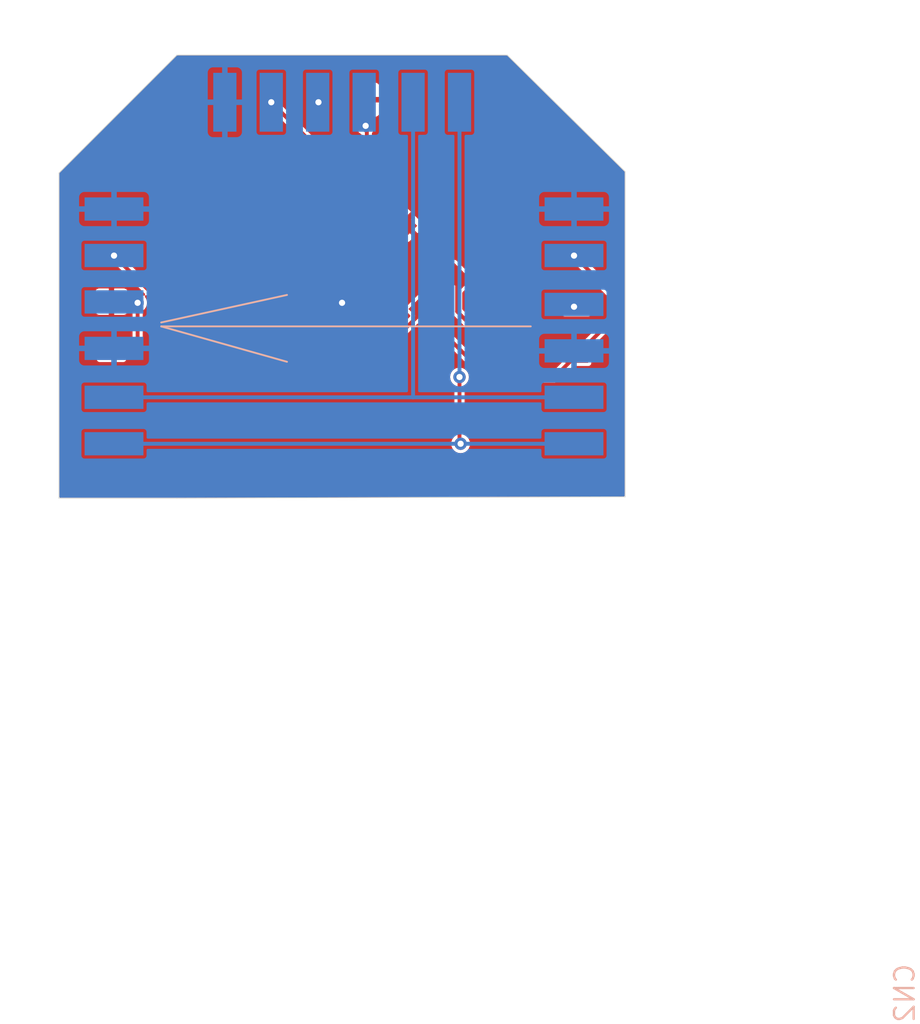
<source format=kicad_pcb>
(kicad_pcb (version 20211014) (generator pcbnew)
  (layers (0 "F.Cu" signal) (31 "B.Cu" signal) (34 "B.Paste" user) (35 "F.Paste" user) (36 "B.SilkS" user "B.Silkscreen") (37 "F.SilkS" user "F.Silkscreen") (38 "B.Mask" user) (39 "F.Mask" user) (44 "Edge.Cuts" user))
  (net 0 "")
  (net 1 "GND")
  (net 2 "Net-(CN1-Pad1)")
  (net 3 "Net-(CN1-Pad2)")
  (net 4 "Net-(CN1-Pad4)")
  (net 5 "+5V")
  (net 6 "Net-(CN2-Pad3)")
  (net 7 "Net-(CN3-Pad3)")
  (net 8 "Net-(CN3-Pad4)")
  (net 9 "Net-(D1-Pad2)")
  (net 10 "Net-(D3-Pad2)")
  (net 11 "Net-(D6-Pad2)")
  (footprint "LED_SMD:LED_WS2812B_PLCC4_5.0x5.0mm_P3.2mm" (layer "F.Cu") (at 136.144 103.632 45)
    (fp_text reference "D6" hide)
    (fp_text value "WS2812B")
    (pad "1" smd rect (at -2.45 -1.6 45) (size 1.5 1) (layers "F.Cu" "F.Paste" "F.Mask") (net 1 "GND"))
    (pad "2" smd rect (at -2.45 1.6 45) (size 1.5 1) (layers "F.Cu" "F.Paste" "F.Mask") (net 11 "Net-(D6-Pad2)"))
    (pad "3" smd rect (at 2.45 1.6 45) (size 1.5 1) (layers "F.Cu" "F.Paste" "F.Mask") (net 5 "+5V"))
    (pad "4" smd rect (at 2.45 -1.6 45) (size 1.5 1) (layers "F.Cu" "F.Paste" "F.Mask") (net 10 "Net-(D3-Pad2)"))
  )
  (footprint "LED_SMD:LED_WS2812B_PLCC4_5.0x5.0mm_P3.2mm" (layer "F.Cu") (at 140.716 95.25 90)
    (fp_text reference "D4" hide)
    (fp_text value "WS2812B")
    (pad "1" smd rect (at -2.45 -1.6 90) (size 1.5 1) (layers "F.Cu" "F.Paste" "F.Mask") (net 5 "+5V"))
    (pad "2" smd rect (at -2.45 1.6 90) (size 1.5 1) (layers "F.Cu" "F.Paste" "F.Mask") (net 7 "Net-(CN3-Pad3)"))
    (pad "3" smd rect (at 2.45 1.6 90) (size 1.5 1) (layers "F.Cu" "F.Paste" "F.Mask") (net 1 "GND"))
    (pad "4" smd rect (at 2.45 -1.6 90) (size 1.5 1) (layers "F.Cu" "F.Paste" "F.Mask") (net 8 "Net-(CN3-Pad4)"))
  )
  (footprint "LED_SMD:LED_WS2812B_PLCC4_5.0x5.0mm_P3.2mm" (layer "F.Cu") (at 128.27 107.442)
    (fp_text reference "D7" hide)
    (fp_text value "WS2812B")
    (pad "1" smd rect (at -2.45 -1.6) (size 1.5 1) (layers "F.Cu" "F.Paste" "F.Mask") (net 1 "GND"))
    (pad "2" smd rect (at -2.45 1.6) (size 1.5 1) (layers "F.Cu" "F.Paste" "F.Mask") (net 4 "Net-(CN1-Pad4)"))
    (pad "3" smd rect (at 2.45 1.6) (size 1.5 1) (layers "F.Cu" "F.Paste" "F.Mask") (net 5 "+5V"))
    (pad "4" smd rect (at 2.45 -1.6) (size 1.5 1) (layers "F.Cu" "F.Paste" "F.Mask") (net 11 "Net-(D6-Pad2)"))
  )
  (footprint "LED_SMD:LED_WS2812B_PLCC4_5.0x5.0mm_P3.2mm" (layer "F.Cu") (at 145.288 103.632 -45)
    (fp_text reference "D3" hide)
    (fp_text value "WS2812B")
    (pad "1" smd rect (at -2.45 -1.6 315) (size 1.5 1) (layers "F.Cu" "F.Paste" "F.Mask") (net 1 "GND"))
    (pad "2" smd rect (at -2.45 1.6 315) (size 1.5 1) (layers "F.Cu" "F.Paste" "F.Mask") (net 10 "Net-(D3-Pad2)"))
    (pad "3" smd rect (at 2.45 1.6 315) (size 1.5 1) (layers "F.Cu" "F.Paste" "F.Mask") (net 5 "+5V"))
    (pad "4" smd rect (at 2.45 -1.6 315) (size 1.5 1) (layers "F.Cu" "F.Paste" "F.Mask") (net 9 "Net-(D1-Pad2)"))
  )
  (footprint "LED_SMD:LED_WS2812B_PLCC4_5.0x5.0mm_P3.2mm" (layer "F.Cu") (at 153.416 107.696)
    (fp_text reference "D1" hide)
    (fp_text value "WS2812B")
    (pad "1" smd rect (at -2.45 -1.6) (size 1.5 1) (layers "F.Cu" "F.Paste" "F.Mask") (net 1 "GND"))
    (pad "2" smd rect (at -2.45 1.6) (size 1.5 1) (layers "F.Cu" "F.Paste" "F.Mask") (net 9 "Net-(D1-Pad2)"))
    (pad "3" smd rect (at 2.45 1.6) (size 1.5 1) (layers "F.Cu" "F.Paste" "F.Mask") (net 5 "+5V"))
    (pad "4" smd rect (at 2.45 -1.6) (size 1.5 1) (layers "F.Cu" "F.Paste" "F.Mask") (net 6 "Net-(CN2-Pad3)"))
  )
  (footprint "Adafruit NeoPixel 8 Stick:1X4-SMT" (layer "B.Cu") (at 141.224 92.964 180)
    (fp_text reference "CN3" hide)
    (fp_text value "1X4SMT")
    (pad "1" smd rect (at -7.08 0 180) (size 1.5 3.8) (layers "B.Cu" "B.Paste" "B.Mask") (net 2 "Net-(CN1-Pad1)"))
    (pad "2" smd rect (at -4.08 0 180) (size 1.5 3.8) (layers "B.Cu" "B.Paste" "B.Mask") (net 3 "Net-(CN1-Pad2)"))
    (pad "3" smd rect (at -0.92 0 180) (size 1.5 3.8) (layers "B.Cu" "B.Paste" "B.Mask") (net 7 "Net-(CN3-Pad3)"))
    (pad "4" smd rect (at 2.08 0 180) (size 1.5 3.8) (layers "B.Cu" "B.Paste" "B.Mask") (net 8 "Net-(CN3-Pad4)"))
    (pad "5" smd rect (at 5.08 0 180) (size 1.5 3.8) (layers "B.Cu" "B.Paste" "B.Mask") (net 5 "+5V"))
    (pad "6" smd rect (at 8.08 0 180) (size 1.5 3.8) (layers "B.Cu" "B.Paste" "B.Mask") (net 1 "GND"))
  )
  (footprint "Adafruit NeoPixel 8 Stick:1X4-SMT" (layer "B.Cu") (at 125.984 107.942 90)
    (fp_text reference "CN1" hide)
    (fp_text value "1X4SMT")
    (pad "1" smd rect (at -7.08 0 90) (size 1.5 3.8) (layers "B.Cu" "B.Paste" "B.Mask") (net 2 "Net-(CN1-Pad1)"))
    (pad "2" smd rect (at -4.08 0 90) (size 1.5 3.8) (layers "B.Cu" "B.Paste" "B.Mask") (net 3 "Net-(CN1-Pad2)"))
    (pad "3" smd rect (at -0.92 0 90) (size 1.5 3.8) (layers "B.Cu" "B.Paste" "B.Mask") (net 1 "GND"))
    (pad "4" smd rect (at 2.08 0 90) (size 1.5 3.8) (layers "B.Cu" "B.Paste" "B.Mask") (net 4 "Net-(CN1-Pad4)"))
    (pad "5" smd rect (at 5.08 0 90) (size 1.5 3.8) (layers "B.Cu" "B.Paste" "B.Mask") (net 5 "+5V"))
    (pad "6" smd rect (at 8.08 0 90) (size 1.5 3.8) (layers "B.Cu" "B.Paste" "B.Mask") (net 1 "GND"))
  )
  (footprint "Adafruit NeoPixel 8 Stick:1X4-SMT" (layer "B.Cu") (at 155.702 106.942 -90)
    (fp_text reference "CN2" (at 43.568 -21.362 90) (layer "B.SilkS") (effects (font (size 1.27 1.27)) (justify mirror)))
    (fp_text value "1X4SMT")
    (pad "1" smd rect (at -7.08 0 270) (size 1.5 3.8) (layers "B.Cu" "B.Paste" "B.Mask") (net 1 "GND"))
    (pad "2" smd rect (at -4.08 0 270) (size 1.5 3.8) (layers "B.Cu" "B.Paste" "B.Mask") (net 5 "+5V"))
    (pad "3" smd rect (at -0.92 0 270) (size 1.5 3.8) (layers "B.Cu" "B.Paste" "B.Mask") (net 6 "Net-(CN2-Pad3)"))
    (pad "4" smd rect (at 2.08 0 270) (size 1.5 3.8) (layers "B.Cu" "B.Paste" "B.Mask") (net 1 "GND"))
    (pad "5" smd rect (at 5.08 0 270) (size 1.5 3.8) (layers "B.Cu" "B.Paste" "B.Mask") (net 3 "Net-(CN1-Pad2)"))
    (pad "6" smd rect (at 8.08 0 270) (size 1.5 3.8) (layers "B.Cu" "B.Paste" "B.Mask") (net 2 "Net-(CN1-Pad1)"))
  )
  (gr_line (start 129.032 107.188) (end 137.16 105.41) (layer "B.SilkS") (width 0.12))
  (gr_line (start 152.908 107.442) (end 129.032 107.442) (layer "B.SilkS") (width 0.12))
  (gr_line (start 137.16 109.728) (end 129.032 107.442) (layer "B.SilkS") (width 0.12))
  (gr_line (start 130.048 89.915998) (end 151.384 89.915999) (layer "Edge.Cuts") (width 0.05))
  (gr_line (start 122.428 97.536) (end 122.428 118.536) (layer "Edge.Cuts") (width 0.05))
  (gr_line (start 151.384 89.915999) (end 159.004 97.45) (layer "Edge.Cuts") (width 0.05))
  (gr_line (start 130.048 118.536) (end 159.004 118.45) (layer "Edge.Cuts") (width 0.05))
  (gr_line (start 159.004 97.45) (end 159.004 118.45) (layer "Edge.Cuts") (width 0.05))
  (gr_line locked (start 122.428 118.536) (end 130.048 118.536) (layer "Edge.Cuts") (width 0.05))
  (gr_line (start 122.428 97.536) (end 130.048 89.915998) (layer "Edge.Cuts") (width 0.05))
  (via (at 140.716 105.918) (size 0.8) (drill 0.4) (layers "F.Cu" "B.Cu") (net 1))
  (segment (start 148.304 110.712) (end 148.304 114.95) (width 0.25) (layer "F.Cu") (net 2))
  (segment (start 148.304 114.95) (end 148.376 115.022) (width 0.25) (layer "F.Cu") (net 2))
  (via (at 148.376 115.022) (size 0.8) (drill 0.4) (layers "F.Cu" "B.Cu") (net 2))
  (via (at 148.304 110.712) (size 0.8) (drill 0.4) (layers "F.Cu" "B.Cu") (net 2))
  (segment (start 148.304 92.964) (end 148.304 110.712) (width 0.25) (layer "B.Cu") (net 2))
  (segment (start 148.376 115.022) (end 155.702 115.022) (width 0.25) (layer "B.Cu") (net 2))
  (segment (start 125.984 115.022) (end 148.376 115.022) (width 0.25) (layer "B.Cu") (net 2))
  (segment (start 145.304 92.964) (end 145.304 112.014) (width 0.25) (layer "B.Cu") (net 3))
  (segment (start 145.304 112.014) (end 145.296 112.022) (width 0.25) (layer "B.Cu") (net 3))
  (segment (start 125.984 112.022) (end 145.296 112.022) (width 0.25) (layer "B.Cu") (net 3))
  (segment (start 145.296 112.022) (end 155.702 112.022) (width 0.25) (layer "B.Cu") (net 3))
  (segment (start 127.508 105.918) (end 127.508 108.712) (width 0.25) (layer "F.Cu") (net 4))
  (segment (start 127.508 108.712) (end 127.178 109.042) (width 0.25) (layer "F.Cu") (net 4))
  (segment (start 127.178 109.042) (end 125.82 109.042) (width 0.25) (layer "F.Cu") (net 4))
  (via (at 127.508 105.918) (size 0.8) (drill 0.4) (layers "F.Cu" "B.Cu") (net 4))
  (segment (start 130.72 109.042) (end 138.862 109.042) (width 0.25) (layer "F.Cu") (net 5))
  (segment (start 139.116 95.936) (end 139.116 97.7) (width 0.25) (layer "F.Cu") (net 5))
  (segment (start 128.778 107.1) (end 130.72 109.042) (width 0.25) (layer "F.Cu") (net 5))
  (segment (start 139.007782 103.030959) (end 139.007782 108.896218) (width 0.25) (layer "F.Cu") (net 5))
  (segment (start 139.007782 108.896218) (end 138.862 109.042) (width 0.25) (layer "F.Cu") (net 5))
  (segment (start 150.137259 110.744) (end 154.418 110.744) (width 0.25) (layer "F.Cu") (net 5))
  (segment (start 134.366 101.346) (end 136.652 103.632) (width 0.25) (layer "F.Cu") (net 5))
  (segment (start 136.652 103.632) (end 138.406741 103.632) (width 0.25) (layer "F.Cu") (net 5))
  (segment (start 125.984 102.87) (end 128.778 105.664) (width 0.25) (layer "F.Cu") (net 5))
  (segment (start 139.116 97.7) (end 137.504 97.7) (width 0.25) (layer "F.Cu") (net 5))
  (segment (start 158.242 106.934) (end 155.88 109.296) (width 0.25) (layer "F.Cu") (net 5))
  (segment (start 158.242 105.41) (end 158.242 106.934) (width 0.25) (layer "F.Cu") (net 5))
  (segment (start 136.144 92.964) (end 139.116 95.936) (width 0.25) (layer "F.Cu") (net 5))
  (segment (start 155.702 102.87) (end 158.242 105.41) (width 0.25) (layer "F.Cu") (net 5))
  (segment (start 138.862 109.042) (end 143.342823 109.042) (width 0.25) (layer "F.Cu") (net 5))
  (segment (start 154.418 110.744) (end 155.866 109.296) (width 0.25) (layer "F.Cu") (net 5))
  (segment (start 128.778 105.664) (end 128.778 107.1) (width 0.25) (layer "F.Cu") (net 5))
  (segment (start 143.342823 109.042) (end 145.889041 106.495782) (width 0.25) (layer "F.Cu") (net 5))
  (segment (start 138.406741 103.632) (end 139.007782 103.030959) (width 0.25) (layer "F.Cu") (net 5))
  (segment (start 155.88 109.296) (end 155.866 109.296) (width 0.25) (layer "F.Cu") (net 5))
  (segment (start 134.366 100.838) (end 134.366 101.346) (width 0.25) (layer "F.Cu") (net 5))
  (segment (start 137.504 97.7) (end 134.366 100.838) (width 0.25) (layer "F.Cu") (net 5))
  (segment (start 145.889041 106.495782) (end 150.137259 110.744) (width 0.25) (layer "F.Cu") (net 5))
  (via (at 155.702 102.87) (size 0.8) (drill 0.4) (layers "F.Cu" "B.Cu") (net 5))
  (via (at 136.144 92.964) (size 0.8) (drill 0.4) (layers "F.Cu" "B.Cu") (net 5))
  (via (at 125.984 102.87) (size 0.8) (drill 0.4) (layers "F.Cu" "B.Cu") (net 5))
  (via (at 155.702 106.172) (size 0.8) (drill 0.4) (layers "F.Cu" "B.Cu") (net 6))
  (segment (start 142.316 94.564) (end 142.316 97.7) (width 0.25) (layer "F.Cu") (net 7))
  (segment (start 142.24 94.488) (end 142.316 94.564) (width 0.25) (layer "F.Cu") (net 7))
  (via (at 142.24 94.488) (size 0.8) (drill 0.4) (layers "F.Cu" "B.Cu") (net 7))
  (via (at 139.192 92.964) (size 0.8) (drill 0.4) (layers "F.Cu" "B.Cu") (net 8))
  (segment (start 148.151782 104.233041) (end 148.151782 106.481782) (width 0.25) (layer "F.Cu") (net 9))
  (segment (start 148.151782 106.481782) (end 150.966 109.296) (width 0.25) (layer "F.Cu") (net 9))
  (segment (start 140.161477 100.768218) (end 142.424218 103.030959) (width 0.25) (layer "F.Cu") (net 10))
  (segment (start 136.745041 100.768218) (end 140.161477 100.768218) (width 0.25) (layer "F.Cu") (net 10))
  (segment (start 130.72 105.842) (end 134.889177 105.842) (width 0.25) (layer "F.Cu") (net 11))
  (segment (start 134.889177 105.842) (end 135.542959 106.495782) (width 0.25) (layer "F.Cu") (net 11))
  (zone (net 1) (net_name "GND") (layers F&B.Cu) (priority 6) (connect_pads (clearance 0.000001)) (min_thickness 0.1524) (fill yes (thermal_gap 0.3548) (thermal_bridge_width 0.3548))
    (polygon (pts (xy 164.338 86.36) (xy 163.83 124.206) (xy 118.872 123.444) (xy 118.618 86.614)))
  )
)
</source>
